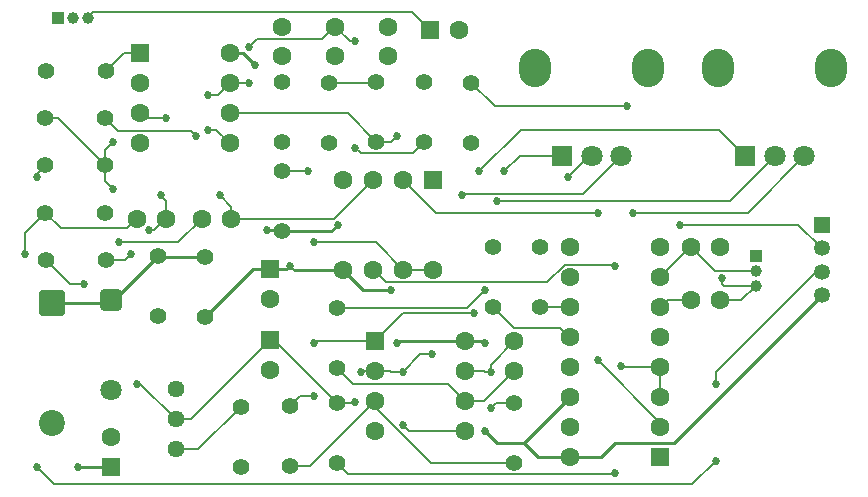
<source format=gtl>
G04 #@! TF.GenerationSoftware,KiCad,Pcbnew,9.0.6*
G04 #@! TF.CreationDate,2025-12-17T23:00:56-08:00*
G04 #@! TF.ProjectId,LichKingChorus,4c696368-4b69-46e6-9743-686f7275732e,rev?*
G04 #@! TF.SameCoordinates,Original*
G04 #@! TF.FileFunction,Copper,L1,Top*
G04 #@! TF.FilePolarity,Positive*
%FSLAX46Y46*%
G04 Gerber Fmt 4.6, Leading zero omitted, Abs format (unit mm)*
G04 Created by KiCad (PCBNEW 9.0.6) date 2025-12-17 23:00:56*
%MOMM*%
%LPD*%
G01*
G04 APERTURE LIST*
G04 Aperture macros list*
%AMRoundRect*
0 Rectangle with rounded corners*
0 $1 Rounding radius*
0 $2 $3 $4 $5 $6 $7 $8 $9 X,Y pos of 4 corners*
0 Add a 4 corners polygon primitive as box body*
4,1,4,$2,$3,$4,$5,$6,$7,$8,$9,$2,$3,0*
0 Add four circle primitives for the rounded corners*
1,1,$1+$1,$2,$3*
1,1,$1+$1,$4,$5*
1,1,$1+$1,$6,$7*
1,1,$1+$1,$8,$9*
0 Add four rect primitives between the rounded corners*
20,1,$1+$1,$2,$3,$4,$5,0*
20,1,$1+$1,$4,$5,$6,$7,0*
20,1,$1+$1,$6,$7,$8,$9,0*
20,1,$1+$1,$8,$9,$2,$3,0*%
G04 Aperture macros list end*
G04 #@! TA.AperFunction,ComponentPad*
%ADD10R,1.350000X1.350000*%
G04 #@! TD*
G04 #@! TA.AperFunction,ComponentPad*
%ADD11C,1.350000*%
G04 #@! TD*
G04 #@! TA.AperFunction,ComponentPad*
%ADD12C,1.600000*%
G04 #@! TD*
G04 #@! TA.AperFunction,ComponentPad*
%ADD13RoundRect,0.250000X-0.550000X-0.550000X0.550000X-0.550000X0.550000X0.550000X-0.550000X0.550000X0*%
G04 #@! TD*
G04 #@! TA.AperFunction,ComponentPad*
%ADD14C,1.800000*%
G04 #@! TD*
G04 #@! TA.AperFunction,ComponentPad*
%ADD15R,1.800000X1.800000*%
G04 #@! TD*
G04 #@! TA.AperFunction,ComponentPad*
%ADD16O,2.720000X3.240000*%
G04 #@! TD*
G04 #@! TA.AperFunction,ComponentPad*
%ADD17C,1.000000*%
G04 #@! TD*
G04 #@! TA.AperFunction,ComponentPad*
%ADD18R,1.000000X1.000000*%
G04 #@! TD*
G04 #@! TA.AperFunction,ComponentPad*
%ADD19C,1.400000*%
G04 #@! TD*
G04 #@! TA.AperFunction,ComponentPad*
%ADD20RoundRect,0.250000X-0.550000X0.550000X-0.550000X-0.550000X0.550000X-0.550000X0.550000X0.550000X0*%
G04 #@! TD*
G04 #@! TA.AperFunction,ComponentPad*
%ADD21C,1.440000*%
G04 #@! TD*
G04 #@! TA.AperFunction,ComponentPad*
%ADD22RoundRect,0.250000X0.550000X0.550000X-0.550000X0.550000X-0.550000X-0.550000X0.550000X-0.550000X0*%
G04 #@! TD*
G04 #@! TA.AperFunction,ComponentPad*
%ADD23RoundRect,0.249999X-0.850001X0.850001X-0.850001X-0.850001X0.850001X-0.850001X0.850001X0.850001X0*%
G04 #@! TD*
G04 #@! TA.AperFunction,ComponentPad*
%ADD24C,2.200000*%
G04 #@! TD*
G04 #@! TA.AperFunction,ComponentPad*
%ADD25RoundRect,0.250000X-0.650000X0.650000X-0.650000X-0.650000X0.650000X-0.650000X0.650000X0.650000X0*%
G04 #@! TD*
G04 #@! TA.AperFunction,ComponentPad*
%ADD26RoundRect,0.250000X0.550000X-0.550000X0.550000X0.550000X-0.550000X0.550000X-0.550000X-0.550000X0*%
G04 #@! TD*
G04 #@! TA.AperFunction,ViaPad*
%ADD27C,0.685800*%
G04 #@! TD*
G04 #@! TA.AperFunction,Conductor*
%ADD28C,0.127000*%
G04 #@! TD*
G04 #@! TA.AperFunction,Conductor*
%ADD29C,0.254000*%
G04 #@! TD*
G04 APERTURE END LIST*
D10*
X194000000Y-93500000D03*
D11*
X194000000Y-95500000D03*
X194000000Y-97500000D03*
X194000000Y-99500000D03*
D12*
X163275000Y-77000000D03*
D13*
X160775000Y-77000000D03*
D14*
X192500000Y-87725000D03*
X190000000Y-87725000D03*
D15*
X187500000Y-87725000D03*
D16*
X194800000Y-80225000D03*
X185200000Y-80225000D03*
D14*
X177000000Y-87725000D03*
X174500000Y-87725000D03*
D15*
X172000000Y-87725000D03*
D16*
X179300000Y-80225000D03*
X169700000Y-80225000D03*
D17*
X188405000Y-98690000D03*
X188405000Y-97420000D03*
D18*
X188405000Y-96150000D03*
X129275000Y-76000000D03*
D17*
X130545000Y-76000000D03*
X131815000Y-76000000D03*
D12*
X138485000Y-93000000D03*
X135985000Y-93000000D03*
D19*
X128235000Y-92500000D03*
X133315000Y-92500000D03*
D13*
X136235000Y-79000000D03*
D12*
X136235000Y-81540000D03*
X136235000Y-84080000D03*
X136235000Y-86620000D03*
X143855000Y-86620000D03*
X143855000Y-84080000D03*
X143855000Y-81540000D03*
X143855000Y-79000000D03*
D13*
X156155000Y-103380000D03*
D12*
X156155000Y-105920000D03*
X156155000Y-108460000D03*
X156155000Y-111000000D03*
X163775000Y-111000000D03*
X163775000Y-108460000D03*
X163775000Y-105920000D03*
X163775000Y-103380000D03*
D20*
X161085000Y-89695000D03*
D12*
X158545000Y-89695000D03*
X156005000Y-89695000D03*
X153465000Y-89695000D03*
X153465000Y-97315000D03*
X156005000Y-97315000D03*
X158545000Y-97315000D03*
X161085000Y-97315000D03*
D21*
X139275000Y-107460000D03*
X139275000Y-110000000D03*
X139275000Y-112540000D03*
D19*
X166155000Y-100500000D03*
X166155000Y-95420000D03*
X170155000Y-100460000D03*
X170155000Y-95380000D03*
X133395000Y-80500000D03*
X128315000Y-80500000D03*
X164275000Y-86580000D03*
X164275000Y-81500000D03*
X160275000Y-86540000D03*
X160275000Y-81460000D03*
X156275000Y-81420000D03*
X156275000Y-86500000D03*
X152275000Y-86580000D03*
X152275000Y-81500000D03*
X148275000Y-86540000D03*
X148275000Y-81460000D03*
X148275000Y-94080000D03*
X148275000Y-89000000D03*
X152960000Y-105650000D03*
X152960000Y-100570000D03*
X152960000Y-113730000D03*
X152960000Y-108650000D03*
X167960000Y-113690000D03*
X167960000Y-108610000D03*
X148960000Y-113920000D03*
X148960000Y-108840000D03*
X128235000Y-84500000D03*
X133315000Y-84500000D03*
X128235000Y-88500000D03*
X133315000Y-88500000D03*
X128315000Y-96500000D03*
X133395000Y-96500000D03*
X141775000Y-96225000D03*
X141775000Y-101305000D03*
X144775000Y-108960000D03*
X144775000Y-114040000D03*
X137775000Y-96185000D03*
X137775000Y-101265000D03*
D22*
X180275000Y-113200000D03*
D12*
X180275000Y-110660000D03*
X180275000Y-108120000D03*
X180275000Y-105580000D03*
X180275000Y-103040000D03*
X180275000Y-100500000D03*
X180275000Y-97960000D03*
X180275000Y-95420000D03*
X172655000Y-95420000D03*
X172655000Y-97960000D03*
X172655000Y-100500000D03*
X172655000Y-103040000D03*
X172655000Y-105580000D03*
X172655000Y-108120000D03*
X172655000Y-110660000D03*
X172655000Y-113200000D03*
D23*
X128775000Y-100110000D03*
D24*
X128775000Y-110270000D03*
D25*
X133775000Y-99880000D03*
D14*
X133775000Y-107500000D03*
D12*
X185405000Y-95420000D03*
X182905000Y-95420000D03*
X182905000Y-99920000D03*
X185405000Y-99920000D03*
X152775000Y-79250000D03*
X152775000Y-76750000D03*
X157275000Y-79250000D03*
X157275000Y-76750000D03*
X148275000Y-79250000D03*
X148275000Y-76750000D03*
X167960000Y-105900000D03*
X167960000Y-103400000D03*
X141485000Y-93000000D03*
X143985000Y-93000000D03*
D20*
X147275000Y-97294888D03*
D12*
X147275000Y-99794888D03*
D26*
X133775000Y-114000000D03*
D12*
X133775000Y-111500000D03*
D20*
X147275000Y-103294888D03*
D12*
X147275000Y-105794888D03*
D27*
X126500000Y-96000000D03*
X177500000Y-83500000D03*
X182000000Y-93500000D03*
X127500000Y-114000000D03*
X185000000Y-113500000D03*
X185000000Y-107000000D03*
X165000000Y-89000000D03*
X172500000Y-89500000D03*
X167119500Y-89000000D03*
X176500000Y-114500000D03*
X178000000Y-92500000D03*
X165500000Y-99000000D03*
X166500000Y-91500000D03*
X164500000Y-101000000D03*
X161000000Y-104500000D03*
X163500000Y-91000000D03*
X145500000Y-81500000D03*
X145500000Y-78500000D03*
X154500000Y-78000000D03*
X154500000Y-87000000D03*
X158000000Y-86000000D03*
X150500000Y-89000000D03*
X151000000Y-95000000D03*
X185500000Y-98000000D03*
X142000000Y-82500000D03*
X142000000Y-85500000D03*
X143000000Y-91000000D03*
X141000000Y-86000000D03*
X134000000Y-86500000D03*
X138500000Y-84500000D03*
X138000000Y-91000000D03*
X135500000Y-96000000D03*
X137000000Y-94000000D03*
X134000000Y-90500000D03*
X134500000Y-95000000D03*
X175000000Y-92500000D03*
X175000000Y-105000000D03*
X177000000Y-105500000D03*
X176500000Y-97000000D03*
X147000000Y-94000000D03*
X146000000Y-80000000D03*
X153000000Y-93500000D03*
X165500000Y-103500000D03*
X165500000Y-111000000D03*
X158000000Y-103500000D03*
X157500000Y-99000000D03*
X166000000Y-109000000D03*
X166000000Y-106000000D03*
X158500000Y-106000000D03*
X158500000Y-110500000D03*
X154500000Y-108500000D03*
X155000000Y-106000000D03*
X151000000Y-108000000D03*
X151000000Y-103500000D03*
X127500000Y-89500000D03*
X149000000Y-97000000D03*
X131500000Y-98500000D03*
X136000000Y-107000000D03*
X131000000Y-114000000D03*
D28*
X166275000Y-83500000D02*
X164275000Y-81500000D01*
X177500000Y-83500000D02*
X166275000Y-83500000D01*
X192000000Y-93500000D02*
X182000000Y-93500000D01*
X194000000Y-95500000D02*
X192000000Y-93500000D01*
X129000000Y-115500000D02*
X127500000Y-114000000D01*
X183000000Y-115500000D02*
X129000000Y-115500000D01*
X185000000Y-113500000D02*
X183000000Y-115500000D01*
X185000000Y-106000000D02*
X185000000Y-107000000D01*
X193500000Y-97500000D02*
X185000000Y-106000000D01*
X194000000Y-97500000D02*
X193500000Y-97500000D01*
D29*
X176500000Y-112000000D02*
X181500000Y-112000000D01*
X175300000Y-113200000D02*
X176500000Y-112000000D01*
X172655000Y-113200000D02*
X175300000Y-113200000D01*
X181500000Y-112000000D02*
X194000000Y-99500000D01*
D28*
X186225000Y-91500000D02*
X166500000Y-91500000D01*
X190000000Y-87725000D02*
X186225000Y-91500000D01*
X187725000Y-92500000D02*
X178000000Y-92500000D01*
X192500000Y-87725000D02*
X187725000Y-92500000D01*
X168500000Y-85500000D02*
X165000000Y-89000000D01*
X185275000Y-85500000D02*
X168500000Y-85500000D01*
X187500000Y-87725000D02*
X185275000Y-85500000D01*
X163559600Y-90940400D02*
X163500000Y-91000000D01*
X173784600Y-90940400D02*
X163559600Y-90940400D01*
X177000000Y-87725000D02*
X173784600Y-90940400D01*
X174275000Y-87725000D02*
X172500000Y-89500000D01*
X174500000Y-87725000D02*
X174275000Y-87725000D01*
X168394500Y-87725000D02*
X167119500Y-89000000D01*
X172000000Y-87725000D02*
X168394500Y-87725000D01*
X165400000Y-108460000D02*
X167960000Y-105900000D01*
X163775000Y-108460000D02*
X165400000Y-108460000D01*
X153884500Y-114654500D02*
X152960000Y-113730000D01*
X176345500Y-114654500D02*
X153884500Y-114654500D01*
X176500000Y-114500000D02*
X176345500Y-114654500D01*
X178000000Y-92275000D02*
X178000000Y-92500000D01*
X163930000Y-100570000D02*
X152960000Y-100570000D01*
X165500000Y-99000000D02*
X163930000Y-100570000D01*
X158535000Y-101000000D02*
X156155000Y-103380000D01*
X164500000Y-101000000D02*
X158535000Y-101000000D01*
X160000000Y-104500000D02*
X158500000Y-106000000D01*
X161000000Y-104500000D02*
X160000000Y-104500000D01*
X159275001Y-75500001D02*
X160775000Y-77000000D01*
X132314999Y-75500001D02*
X159275001Y-75500001D01*
X131815000Y-76000000D02*
X132314999Y-75500001D01*
X145500000Y-81500000D02*
X145460000Y-81540000D01*
X146185500Y-77814500D02*
X145500000Y-78500000D01*
X145460000Y-81540000D02*
X143855000Y-81540000D01*
X151710500Y-77814500D02*
X146185500Y-77814500D01*
X152775000Y-76750000D02*
X151710500Y-77814500D01*
X156195000Y-81500000D02*
X156275000Y-81420000D01*
X152275000Y-81500000D02*
X156195000Y-81500000D01*
X154500000Y-78000000D02*
X154025000Y-78000000D01*
X154964500Y-87464500D02*
X154500000Y-87000000D01*
X159350500Y-87464500D02*
X154964500Y-87464500D01*
X160275000Y-86540000D02*
X159350500Y-87464500D01*
X154025000Y-78000000D02*
X152775000Y-76750000D01*
X157500000Y-86500000D02*
X158000000Y-86000000D01*
X156275000Y-86500000D02*
X157500000Y-86500000D01*
X153855000Y-84080000D02*
X143855000Y-84080000D01*
X156275000Y-86500000D02*
X153855000Y-84080000D01*
X150500000Y-89000000D02*
X148275000Y-89000000D01*
X156230000Y-95000000D02*
X151000000Y-95000000D01*
X158545000Y-97315000D02*
X156230000Y-95000000D01*
X158545000Y-97315000D02*
X161085000Y-97315000D01*
X182905000Y-99920000D02*
X180855000Y-99920000D01*
X180855000Y-99920000D02*
X180275000Y-100500000D01*
X185500000Y-98500000D02*
X185500000Y-98000000D01*
X185690000Y-98690000D02*
X185500000Y-98500000D01*
X188405000Y-98690000D02*
X185690000Y-98690000D01*
X187175000Y-99920000D02*
X188405000Y-98690000D01*
X185405000Y-99920000D02*
X187175000Y-99920000D01*
X184905000Y-97420000D02*
X182905000Y-95420000D01*
X188405000Y-97420000D02*
X184905000Y-97420000D01*
X182815000Y-95420000D02*
X182905000Y-95420000D01*
X180275000Y-97960000D02*
X182815000Y-95420000D01*
X172615000Y-100460000D02*
X172655000Y-100500000D01*
X170155000Y-100460000D02*
X172615000Y-100460000D01*
X167895001Y-102240001D02*
X166155000Y-100500000D01*
X171855001Y-102240001D02*
X167895001Y-102240001D01*
X172655000Y-103040000D02*
X171855001Y-102240001D01*
X142000000Y-82500000D02*
X142895000Y-82500000D01*
X142735000Y-85500000D02*
X142000000Y-85500000D01*
X143855000Y-86620000D02*
X142735000Y-85500000D01*
X142895000Y-82500000D02*
X143855000Y-81540000D01*
X143985000Y-91985000D02*
X143985000Y-93000000D01*
X143000000Y-91000000D02*
X143985000Y-91985000D01*
X140555500Y-85555500D02*
X141000000Y-86000000D01*
X134370500Y-85555500D02*
X140555500Y-85555500D01*
X133315000Y-84500000D02*
X134370500Y-85555500D01*
X134895000Y-79000000D02*
X133395000Y-80500000D01*
X136235000Y-79000000D02*
X134895000Y-79000000D01*
X133315000Y-87185000D02*
X134000000Y-86500000D01*
X133315000Y-88500000D02*
X133315000Y-87185000D01*
X129315000Y-84500000D02*
X133315000Y-88500000D01*
X128235000Y-84500000D02*
X129315000Y-84500000D01*
X133315000Y-80580000D02*
X133395000Y-80500000D01*
X136655000Y-84500000D02*
X136235000Y-84080000D01*
X138500000Y-84500000D02*
X136655000Y-84500000D01*
X138485000Y-91485000D02*
X138000000Y-91000000D01*
X138485000Y-93000000D02*
X138485000Y-91485000D01*
X135500000Y-96000000D02*
X135000000Y-96500000D01*
X135000000Y-96500000D02*
X133395000Y-96500000D01*
X138485000Y-93000000D02*
X137485000Y-94000000D01*
X137485000Y-94000000D02*
X137000000Y-94000000D01*
X134000000Y-90500000D02*
X133315000Y-89815000D01*
X133315000Y-89815000D02*
X133315000Y-88500000D01*
X139485000Y-95000000D02*
X134500000Y-95000000D01*
X141485000Y-93000000D02*
X139485000Y-95000000D01*
X152700000Y-93000000D02*
X143985000Y-93000000D01*
X156005000Y-89695000D02*
X152700000Y-93000000D01*
X161350000Y-92500000D02*
X158545000Y-89695000D01*
X175000000Y-92500000D02*
X161350000Y-92500000D01*
X180275000Y-110275000D02*
X175000000Y-105000000D01*
X180275000Y-110660000D02*
X180275000Y-110275000D01*
X180275000Y-108120000D02*
X180275000Y-105580000D01*
X177080000Y-105580000D02*
X180275000Y-105580000D01*
X177000000Y-105500000D02*
X177080000Y-105580000D01*
X172214069Y-96895500D02*
X176395500Y-96895500D01*
X170730069Y-98379500D02*
X172214069Y-96895500D01*
X157069500Y-98379500D02*
X170730069Y-98379500D01*
X156005000Y-97315000D02*
X157069500Y-98379500D01*
X176395500Y-96895500D02*
X176500000Y-97000000D01*
D29*
X147000000Y-94000000D02*
X148195000Y-94000000D01*
X148195000Y-94000000D02*
X148275000Y-94080000D01*
X145000000Y-79000000D02*
X146000000Y-80000000D01*
X143855000Y-79000000D02*
X145000000Y-79000000D01*
X152420000Y-94080000D02*
X153000000Y-93500000D01*
X148275000Y-94080000D02*
X152420000Y-94080000D01*
X169975000Y-113200000D02*
X168775000Y-112000000D01*
X172655000Y-113200000D02*
X169975000Y-113200000D01*
D28*
X165500000Y-103500000D02*
X165380000Y-103380000D01*
D29*
X165380000Y-103380000D02*
X163775000Y-103380000D01*
X166500000Y-112000000D02*
X165500000Y-111000000D01*
X168775000Y-112000000D02*
X166500000Y-112000000D01*
X172655000Y-108120000D02*
X168775000Y-112000000D01*
X155150000Y-99000000D02*
X153465000Y-97315000D01*
X157500000Y-99000000D02*
X155150000Y-99000000D01*
D28*
X158120000Y-103380000D02*
X158000000Y-103500000D01*
D29*
X163775000Y-103380000D02*
X158120000Y-103380000D01*
D28*
X166000000Y-105360000D02*
X166000000Y-106000000D01*
X167960000Y-103400000D02*
X166000000Y-105360000D01*
X165420000Y-105920000D02*
X163775000Y-105920000D01*
X165500000Y-106000000D02*
X165420000Y-105920000D01*
X166000000Y-106000000D02*
X165500000Y-106000000D01*
X166390000Y-108610000D02*
X166000000Y-109000000D01*
X167960000Y-108610000D02*
X166390000Y-108610000D01*
X156155000Y-108946394D02*
X160898606Y-113690000D01*
X160898606Y-113690000D02*
X167960000Y-113690000D01*
X156155000Y-108460000D02*
X156155000Y-108946394D01*
X162315000Y-107000000D02*
X163775000Y-108460000D01*
X154310000Y-107000000D02*
X162315000Y-107000000D01*
X152960000Y-105650000D02*
X154310000Y-107000000D01*
X157500000Y-106000000D02*
X157420000Y-105920000D01*
X158500000Y-106000000D02*
X157500000Y-106000000D01*
X157420000Y-105920000D02*
X156155000Y-105920000D01*
X159000000Y-111000000D02*
X158500000Y-110500000D01*
X163775000Y-111000000D02*
X159000000Y-111000000D01*
X154350000Y-108650000D02*
X152960000Y-108650000D01*
X154500000Y-108500000D02*
X154350000Y-108650000D01*
X156155000Y-105920000D02*
X155080000Y-105920000D01*
X155080000Y-105920000D02*
X155000000Y-106000000D01*
X151120000Y-103380000D02*
X156155000Y-103380000D01*
X151000000Y-103500000D02*
X151120000Y-103380000D01*
X149800000Y-108000000D02*
X151000000Y-108000000D01*
X148960000Y-108840000D02*
X149800000Y-108000000D01*
X150695000Y-113920000D02*
X156155000Y-108460000D01*
X148960000Y-113920000D02*
X150695000Y-113920000D01*
X127500000Y-89235000D02*
X127500000Y-89500000D01*
X128235000Y-88500000D02*
X127500000Y-89235000D01*
X135185001Y-93799999D02*
X135985000Y-93000000D01*
X129534999Y-93799999D02*
X135185001Y-93799999D01*
X128235000Y-92500000D02*
X129534999Y-93799999D01*
X149315000Y-97315000D02*
X149000000Y-97000000D01*
D29*
X153465000Y-97315000D02*
X149315000Y-97315000D01*
D28*
X148705112Y-97294888D02*
X149000000Y-97000000D01*
D29*
X147275000Y-97294888D02*
X148705112Y-97294888D01*
X145785112Y-97294888D02*
X147275000Y-97294888D01*
X141775000Y-101305000D02*
X145785112Y-97294888D01*
D28*
X136275000Y-107000000D02*
X139275000Y-110000000D01*
X136000000Y-107000000D02*
X136275000Y-107000000D01*
X130315000Y-98500000D02*
X131500000Y-98500000D01*
X128315000Y-96500000D02*
X130315000Y-98500000D01*
X147275000Y-103294888D02*
X147604888Y-103294888D01*
X147604888Y-103294888D02*
X152960000Y-108650000D01*
X140569888Y-110000000D02*
X147275000Y-103294888D01*
X139275000Y-110000000D02*
X140569888Y-110000000D01*
X141195000Y-112540000D02*
X144775000Y-108960000D01*
X139275000Y-112540000D02*
X141195000Y-112540000D01*
D29*
X133775000Y-114000000D02*
X131000000Y-114000000D01*
X138355000Y-96225000D02*
X141775000Y-96225000D01*
D28*
X138315000Y-96185000D02*
X138355000Y-96225000D01*
X137775000Y-96185000D02*
X138315000Y-96185000D01*
X133775000Y-99880000D02*
X134080000Y-99880000D01*
D29*
X134080000Y-99880000D02*
X137775000Y-96185000D01*
D28*
X133545000Y-100110000D02*
X133775000Y-99880000D01*
D29*
X128775000Y-100110000D02*
X133545000Y-100110000D01*
D28*
X126500000Y-96000000D02*
X126500000Y-94235000D01*
X126500000Y-94235000D02*
X128235000Y-92500000D01*
M02*

</source>
